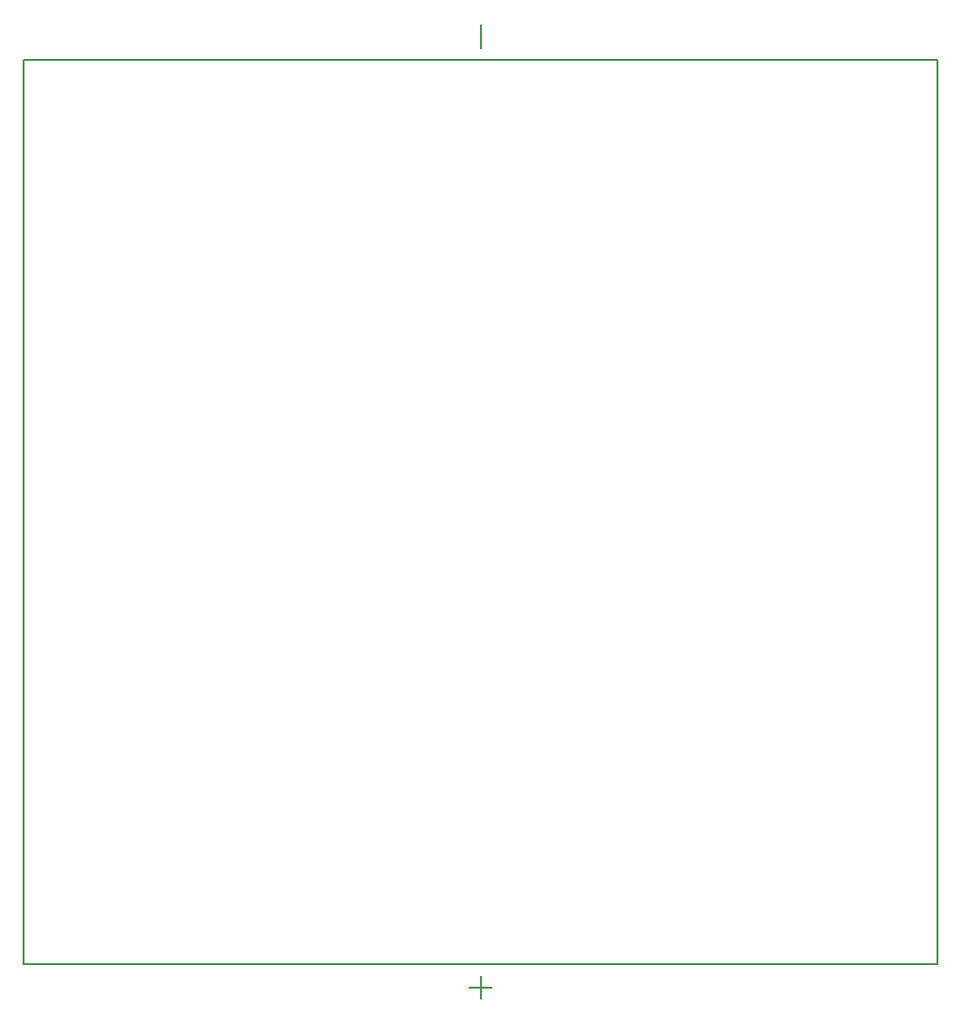
<source format=gbr>
%TF.GenerationSoftware,KiCad,Pcbnew,(6.0.5)*%
%TF.CreationDate,2022-12-15T19:20:58+11:00*%
%TF.ProjectId,Battery Board,42617474-6572-4792-9042-6f6172642e6b,1*%
%TF.SameCoordinates,Original*%
%TF.FileFunction,Legend,Bot*%
%TF.FilePolarity,Positive*%
%FSLAX46Y46*%
G04 Gerber Fmt 4.6, Leading zero omitted, Abs format (unit mm)*
G04 Created by KiCad (PCBNEW (6.0.5)) date 2022-12-15 19:20:58*
%MOMM*%
%LPD*%
G01*
G04 APERTURE LIST*
%ADD10C,0.127000*%
G04 APERTURE END LIST*
D10*
%TO.C,BT1*%
X91230000Y-53410000D02*
X91230000Y-131390000D01*
X170070000Y-53410000D02*
X91230000Y-53410000D01*
X130650000Y-52400000D02*
X130650000Y-50400000D01*
X170070000Y-131390000D02*
X170070000Y-53410000D01*
X91230000Y-131390000D02*
X170070000Y-131390000D01*
X130650000Y-134400000D02*
X130650000Y-132400000D01*
X131650000Y-133400000D02*
X129650000Y-133400000D01*
%TD*%
M02*

</source>
